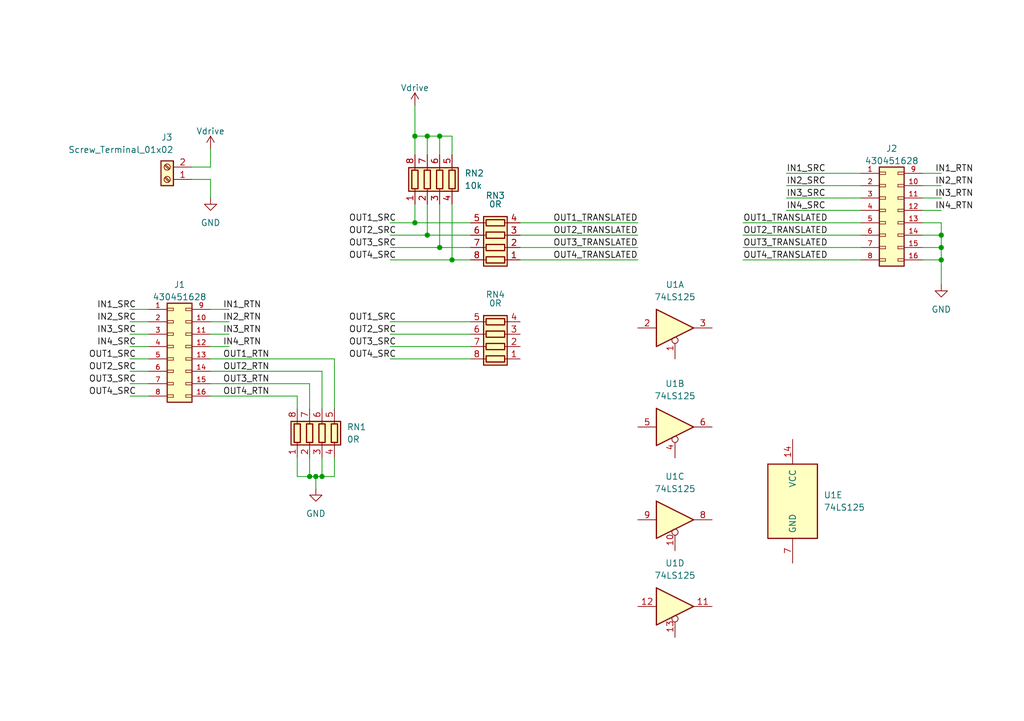
<source format=kicad_sch>
(kicad_sch (version 20250114) (generator "eeschema") (generator_version "9.0")
  (paper "A5")
  (lib_symbols
    (symbol "74xx:74LS125" (pin_names (offset 1.016))
      (property "Reference" "U" (at 0 1.27 0))
      (property "Value" "74LS125" (at 0 -1.27 0))
      (symbol "74LS125_1_0"
        (polyline (pts (xy -3.81 3.81) (xy -3.81 -3.81) (xy 3.81 0) (xy -3.81 3.81)) (stroke (width 0.254)) (fill (type background)))
        (pin input line (at -7.62 0 0) (length 3.81) (name "~") (number "2"))
        (pin input inverted (at 0 -6.35 90) (length 4.445) (name "~") (number "1"))
        (pin tri_state line (at 7.62 0 180) (length 3.81) (name "~") (number "3"))
      )
      (symbol "74LS125_2_0"
        (polyline (pts (xy -3.81 3.81) (xy -3.81 -3.81) (xy 3.81 0) (xy -3.81 3.81)) (stroke (width 0.254)) (fill (type background)))
        (pin input line (at -7.62 0 0) (length 3.81) (name "~") (number "5"))
        (pin input inverted (at 0 -6.35 90) (length 4.445) (name "~") (number "4"))
        (pin tri_state line (at 7.62 0 180) (length 3.81) (name "~") (number "6"))
      )
      (symbol "74LS125_3_0"
        (polyline (pts (xy -3.81 3.81) (xy -3.81 -3.81) (xy 3.81 0) (xy -3.81 3.81)) (stroke (width 0.254)) (fill (type background)))
        (pin input line (at -7.62 0 0) (length 3.81) (name "~") (number "9"))
        (pin input inverted (at 0 -6.35 90) (length 4.445) (name "~") (number "10"))
        (pin tri_state line (at 7.62 0 180) (length 3.81) (name "~") (number "8"))
      )
      (symbol "74LS125_4_0"
        (polyline (pts (xy -3.81 3.81) (xy -3.81 -3.81) (xy 3.81 0) (xy -3.81 3.81)) (stroke (width 0.254)) (fill (type background)))
        (pin input line (at -7.62 0 0) (length 3.81) (name "~") (number "12"))
        (pin input inverted (at 0 -6.35 90) (length 4.445) (name "~") (number "13"))
        (pin tri_state line (at 7.62 0 180) (length 3.81) (name "~") (number "11"))
      )
      (symbol "74LS125_5_0"
        (pin power_in line (at 0 12.7 270) (length 5.08) (name "VCC") (number "14"))
        (pin power_in line (at 0 -12.7 90) (length 5.08) (name "GND") (number "7"))
      )
      (symbol "74LS125_5_1"
        (rectangle (start -5.08 7.62) (end 5.08 -7.62) (stroke (width 0.254)) (fill (type background)))
      )
    )
    (symbol "Connector:Screw_Terminal_01x02" (pin_names (offset 1.016) (hide yes))
      (property "Reference" "J" (at 0 2.54 0))
      (property "Value" "Screw_Terminal_01x02" (at 0 -5.08 0))
      (symbol "Screw_Terminal_01x02_1_1"
        (rectangle (start -1.27 1.27) (end 1.27 -3.81) (stroke (width 0.254)) (fill (type background)))
        (polyline (pts (xy -0.5334 0.3302) (xy 0.3302 -0.508)) (stroke (width 0.1524)))
        (polyline (pts (xy -0.5334 -2.2098) (xy 0.3302 -3.048)) (stroke (width 0.1524)))
        (polyline (pts (xy -0.3556 0.508) (xy 0.508 -0.3302)) (stroke (width 0.1524)))
        (polyline (pts (xy -0.3556 -2.032) (xy 0.508 -2.8702)) (stroke (width 0.1524)))
        (circle (center 0 0) (radius 0.635) (stroke (width 0.1524)))
        (circle (center 0 -2.54) (radius 0.635) (stroke (width 0.1524)))
        (pin passive line (at -5.08 0 0) (length 3.81) (name "Pin_1") (number "1"))
        (pin passive line (at -5.08 -2.54 0) (length 3.81) (name "Pin_2") (number "2"))
      )
    )
    (symbol "Device:R_Pack04" (pin_names (offset 0) (hide yes))
      (property "Reference" "RN" (at -7.62 0 90))
      (property "Value" "R_Pack04" (at 5.08 0 90))
      (symbol "R_Pack04_0_1"
        (rectangle (start -6.35 -2.413) (end 3.81 2.413) (stroke (width 0.254)) (fill (type background)))
        (rectangle (start -5.715 1.905) (end -4.445 -1.905) (stroke (width 0.254)))
        (polyline (pts (xy -5.08 1.905) (xy -5.08 2.54)))
        (polyline (pts (xy -5.08 -2.54) (xy -5.08 -1.905)))
        (rectangle (start -3.175 1.905) (end -1.905 -1.905) (stroke (width 0.254)))
        (polyline (pts (xy -2.54 1.905) (xy -2.54 2.54)))
        (polyline (pts (xy -2.54 -2.54) (xy -2.54 -1.905)))
        (rectangle (start -0.635 1.905) (end 0.635 -1.905) (stroke (width 0.254)))
        (polyline (pts (xy 0 1.905) (xy 0 2.54)))
        (polyline (pts (xy 0 -2.54) (xy 0 -1.905)))
        (rectangle (start 1.905 1.905) (end 3.175 -1.905) (stroke (width 0.254)))
        (polyline (pts (xy 2.54 1.905) (xy 2.54 2.54)))
        (polyline (pts (xy 2.54 -2.54) (xy 2.54 -1.905)))
      )
      (symbol "R_Pack04_1_1"
        (pin passive line (at -5.08 5.08 270) (length 2.54) (name "R1.2") (number "8"))
        (pin passive line (at -5.08 -5.08 90) (length 2.54) (name "R1.1") (number "1"))
        (pin passive line (at -2.54 5.08 270) (length 2.54) (name "R2.2") (number "7"))
        (pin passive line (at -2.54 -5.08 90) (length 2.54) (name "R2.1") (number "2"))
        (pin passive line (at 0 5.08 270) (length 2.54) (name "R3.2") (number "6"))
        (pin passive line (at 0 -5.08 90) (length 2.54) (name "R3.1") (number "3"))
        (pin passive line (at 2.54 5.08 270) (length 2.54) (name "R4.2") (number "5"))
        (pin passive line (at 2.54 -5.08 90) (length 2.54) (name "R4.1") (number "4"))
      )
    )
    (symbol "MPSIO_Translator:Molex_MicroFit_16"
      (property "Reference" "J" (at 4.826 2.54 0))
      (symbol "Molex_MicroFit_16_0_0"
        (rectangle (start 3.81 1.27) (end 8.89 -19.05) (stroke (width 0.254)) (fill (type background)))
        (polyline (pts (xy 3.81 0.254) (xy 5.08 0.254)) (stroke (width 0.127)))
        (polyline (pts (xy 3.81 -0.254) (xy 5.08 -0.254)) (stroke (width 0.127)))
        (polyline (pts (xy 3.81 -2.286) (xy 5.08 -2.286)) (stroke (width 0.127)))
        (polyline (pts (xy 3.81 -2.794) (xy 5.08 -2.794)) (stroke (width 0.127)))
        (polyline (pts (xy 3.81 -4.826) (xy 5.08 -4.826)) (stroke (width 0.127)))
        (polyline (pts (xy 3.81 -5.334) (xy 5.08 -5.334)) (stroke (width 0.127)))
        (polyline (pts (xy 3.81 -7.366) (xy 5.08 -7.366)) (stroke (width 0.127)))
        (polyline (pts (xy 3.81 -7.874) (xy 5.08 -7.874)) (stroke (width 0.127)))
        (polyline (pts (xy 3.81 -9.906) (xy 5.08 -9.906)) (stroke (width 0.127)))
        (polyline (pts (xy 3.81 -10.414) (xy 5.08 -10.414)) (stroke (width 0.127)))
        (polyline (pts (xy 3.81 -12.446) (xy 5.08 -12.446)) (stroke (width 0.127)))
        (polyline (pts (xy 3.81 -12.954) (xy 5.08 -12.954)) (stroke (width 0.127)))
        (polyline (pts (xy 3.81 -14.986) (xy 5.08 -14.986)) (stroke (width 0.127)))
        (polyline (pts (xy 3.81 -15.494) (xy 5.08 -15.494)) (stroke (width 0.127)))
        (polyline (pts (xy 3.81 -17.526) (xy 5.08 -17.526)) (stroke (width 0.127)))
        (polyline (pts (xy 3.81 -18.034) (xy 5.08 -18.034)) (stroke (width 0.127)))
        (polyline (pts (xy 5.08 0.254) (xy 5.08 -0.254)) (stroke (width 0.127)))
        (polyline (pts (xy 5.08 -2.286) (xy 5.08 -2.794)) (stroke (width 0.127)))
        (polyline (pts (xy 5.08 -4.826) (xy 5.08 -5.334)) (stroke (width 0.127)))
        (polyline (pts (xy 5.08 -7.366) (xy 5.08 -7.874)) (stroke (width 0.127)))
        (polyline (pts (xy 5.08 -9.906) (xy 5.08 -10.414)) (stroke (width 0.127)))
        (polyline (pts (xy 5.08 -12.446) (xy 5.08 -12.954)) (stroke (width 0.127)))
        (polyline (pts (xy 5.08 -14.986) (xy 5.08 -15.494)) (stroke (width 0.127)))
        (polyline (pts (xy 5.08 -17.526) (xy 5.08 -18.034)) (stroke (width 0.127)))
        (polyline (pts (xy 7.62 0.254) (xy 7.62 -0.254)) (stroke (width 0.127)))
        (polyline (pts (xy 7.62 -2.286) (xy 7.62 -2.794)) (stroke (width 0.127)))
        (polyline (pts (xy 7.62 -4.826) (xy 7.62 -5.334)) (stroke (width 0.127)))
        (polyline (pts (xy 7.62 -7.366) (xy 7.62 -7.874)) (stroke (width 0.127)))
        (polyline (pts (xy 7.62 -9.906) (xy 7.62 -10.414)) (stroke (width 0.127)))
        (polyline (pts (xy 7.62 -12.446) (xy 7.62 -12.954)) (stroke (width 0.127)))
        (polyline (pts (xy 7.62 -14.986) (xy 7.62 -15.494)) (stroke (width 0.127)))
        (polyline (pts (xy 7.62 -17.526) (xy 7.62 -18.034)) (stroke (width 0.127)))
        (polyline (pts (xy 8.89 0.254) (xy 7.62 0.254)) (stroke (width 0.127)))
        (polyline (pts (xy 8.89 -0.254) (xy 7.62 -0.254)) (stroke (width 0.127)))
        (polyline (pts (xy 8.89 -2.286) (xy 7.62 -2.286)) (stroke (width 0.127)))
        (polyline (pts (xy 8.89 -2.794) (xy 7.62 -2.794)) (stroke (width 0.127)))
        (polyline (pts (xy 8.89 -4.826) (xy 7.62 -4.826)) (stroke (width 0.127)))
        (polyline (pts (xy 8.89 -5.334) (xy 7.62 -5.334)) (stroke (width 0.127)))
        (polyline (pts (xy 8.89 -7.366) (xy 7.62 -7.366)) (stroke (width 0.127)))
        (polyline (pts (xy 8.89 -7.874) (xy 7.62 -7.874)) (stroke (width 0.127)))
        (polyline (pts (xy 8.89 -9.906) (xy 7.62 -9.906)) (stroke (width 0.127)))
        (polyline (pts (xy 8.89 -10.414) (xy 7.62 -10.414)) (stroke (width 0.127)))
        (polyline (pts (xy 8.89 -12.446) (xy 7.62 -12.446)) (stroke (width 0.127)))
        (polyline (pts (xy 8.89 -12.954) (xy 7.62 -12.954)) (stroke (width 0.127)))
        (polyline (pts (xy 8.89 -14.986) (xy 7.62 -14.986)) (stroke (width 0.127)))
        (polyline (pts (xy 8.89 -15.494) (xy 7.62 -15.494)) (stroke (width 0.127)))
        (polyline (pts (xy 8.89 -17.526) (xy 7.62 -17.526)) (stroke (width 0.127)))
        (polyline (pts (xy 8.89 -18.034) (xy 7.62 -18.034)) (stroke (width 0.127)))
      )
      (symbol "Molex_MicroFit_16_1_0"
        (pin passive line (at 0 0 0) (length 3.81) (name "") (number "1"))
        (pin passive line (at 0 -2.54 0) (length 3.81) (name "") (number "2"))
        (pin passive line (at 0 -5.08 0) (length 3.81) (name "") (number "3"))
        (pin passive line (at 0 -7.62 0) (length 3.81) (name "") (number "4"))
        (pin passive line (at 0 -10.16 0) (length 3.81) (name "") (number "5"))
        (pin passive line (at 0 -12.7 0) (length 3.81) (name "") (number "6"))
        (pin passive line (at 0 -15.24 0) (length 3.81) (name "") (number "7"))
        (pin passive line (at 0 -17.78 0) (length 3.81) (name "") (number "8"))
        (pin passive line (at 12.7 0 180) (length 3.81) (name "") (number "9"))
        (pin passive line (at 12.7 -2.54 180) (length 3.81) (name "") (number "10"))
        (pin passive line (at 12.7 -5.08 180) (length 3.81) (name "") (number "11"))
        (pin passive line (at 12.7 -7.62 180) (length 3.81) (name "") (number "12"))
        (pin passive line (at 12.7 -10.16 180) (length 3.81) (name "") (number "13"))
        (pin passive line (at 12.7 -12.7 180) (length 3.81) (name "") (number "14"))
        (pin passive line (at 12.7 -15.24 180) (length 3.81) (name "") (number "15"))
        (pin passive line (at 12.7 -17.78 180) (length 3.81) (name "") (number "16"))
      )
    )
    (symbol "power:GND" (power) (pin_numbers (hide yes)) (pin_names (offset 0) (hide yes))
      (property "Value" "GND" (at 0 -3.81 0))
      (symbol "GND_0_1"
        (polyline (pts (xy 0 0) (xy 0 -1.27) (xy 1.27 -1.27) (xy 0 -2.54) (xy -1.27 -1.27) (xy 0 -1.27)))
      )
      (symbol "GND_1_1"
        (pin power_in line (at 0 0 270) (length 0) (name "~") (number "1"))
      )
    )
    (symbol "power:Vdrive" (power) (pin_numbers (hide yes)) (pin_names (offset 0) (hide yes))
      (property "Value" "Vdrive" (at 0 3.556 0))
      (symbol "Vdrive_0_1"
        (polyline (pts (xy -0.762 1.27) (xy 0 2.54)))
        (polyline (pts (xy 0 2.54) (xy 0.762 1.27)))
        (polyline (pts (xy 0 0) (xy 0 2.54)))
      )
      (symbol "Vdrive_1_1"
        (pin power_in line (at 0 0 90) (length 0) (name "~") (number "1"))
      )
    )
  )
  (junction (at 64.77 97.79))
  (junction (at 85.09 45.72))
  (junction (at 193.04 48.26))
  (junction (at 63.5 97.79))
  (junction (at 66.04 97.79))
  (junction (at 87.63 27.94))
  (junction (at 92.71 53.34))
  (junction (at 193.04 53.34))
  (junction (at 90.17 50.8))
  (junction (at 85.09 27.94))
  (junction (at 193.04 50.8))
  (junction (at 90.17 27.94))
  (junction (at 87.63 48.26))
  (wire (pts (xy 26.67 78.74) (xy 30.48 78.74)))
  (wire (pts (xy 68.58 97.79) (xy 66.04 97.79)))
  (wire (pts (xy 92.71 53.34) (xy 96.52 53.34)))
  (wire (pts (xy 90.17 50.8) (xy 96.52 50.8)))
  (wire (pts (xy 80.01 48.26) (xy 87.63 48.26)))
  (wire (pts (xy 80.01 45.72) (xy 85.09 45.72)))
  (wire (pts (xy 189.23 45.72) (xy 193.04 45.72)))
  (wire (pts (xy 80.01 50.8) (xy 90.17 50.8)))
  (wire (pts (xy 39.37 36.83) (xy 43.18 36.83)))
  (wire (pts (xy 26.67 76.2) (xy 30.48 76.2)))
  (wire (pts (xy 80.01 71.12) (xy 96.52 71.12)))
  (wire (pts (xy 43.18 73.66) (xy 68.58 73.66)))
  (wire (pts (xy 193.04 50.8) (xy 193.04 53.34)))
  (wire (pts (xy 80.01 66.04) (xy 96.52 66.04)))
  (wire (pts (xy 85.09 45.72) (xy 96.52 45.72)))
  (wire (pts (xy 66.04 93.98) (xy 66.04 97.79)))
  (wire (pts (xy 60.96 93.98) (xy 60.96 97.79)))
  (wire (pts (xy 130.81 45.72) (xy 106.68 45.72)))
  (wire (pts (xy 161.29 43.18) (xy 176.53 43.18)))
  (wire (pts (xy 85.09 45.72) (xy 85.09 41.91)))
  (wire (pts (xy 161.29 38.1) (xy 176.53 38.1)))
  (wire (pts (xy 161.29 35.56) (xy 176.53 35.56)))
  (wire (pts (xy 80.01 73.66) (xy 96.52 73.66)))
  (wire (pts (xy 87.63 48.26) (xy 87.63 41.91)))
  (wire (pts (xy 189.23 53.34) (xy 193.04 53.34)))
  (wire (pts (xy 92.71 27.94) (xy 90.17 27.94)))
  (wire (pts (xy 43.18 63.5) (xy 46.99 63.5)))
  (wire (pts (xy 39.37 34.29) (xy 43.18 34.29)))
  (wire (pts (xy 60.96 97.79) (xy 63.5 97.79)))
  (wire (pts (xy 43.18 78.74) (xy 63.5 78.74)))
  (wire (pts (xy 152.4 48.26) (xy 176.53 48.26)))
  (wire (pts (xy 189.23 50.8) (xy 193.04 50.8)))
  (wire (pts (xy 85.09 21.59) (xy 85.09 27.94)))
  (wire (pts (xy 26.67 68.58) (xy 30.48 68.58)))
  (wire (pts (xy 43.18 36.83) (xy 43.18 40.64)))
  (wire (pts (xy 64.77 97.79) (xy 64.77 100.33)))
  (wire (pts (xy 68.58 83.82) (xy 68.58 73.66)))
  (wire (pts (xy 87.63 48.26) (xy 96.52 48.26)))
  (wire (pts (xy 189.23 38.1) (xy 193.04 38.1)))
  (wire (pts (xy 92.71 31.75) (xy 92.71 27.94)))
  (wire (pts (xy 152.4 53.34) (xy 176.53 53.34)))
  (wire (pts (xy 90.17 27.94) (xy 87.63 27.94)))
  (wire (pts (xy 90.17 27.94) (xy 90.17 31.75)))
  (wire (pts (xy 189.23 40.64) (xy 193.04 40.64)))
  (wire (pts (xy 80.01 68.58) (xy 96.52 68.58)))
  (wire (pts (xy 43.18 76.2) (xy 66.04 76.2)))
  (wire (pts (xy 152.4 45.72) (xy 176.53 45.72)))
  (wire (pts (xy 26.67 71.12) (xy 30.48 71.12)))
  (wire (pts (xy 26.67 81.28) (xy 30.48 81.28)))
  (wire (pts (xy 130.81 48.26) (xy 106.68 48.26)))
  (wire (pts (xy 26.67 66.04) (xy 30.48 66.04)))
  (wire (pts (xy 193.04 48.26) (xy 193.04 50.8)))
  (wire (pts (xy 66.04 97.79) (xy 64.77 97.79)))
  (wire (pts (xy 43.18 71.12) (xy 46.99 71.12)))
  (wire (pts (xy 193.04 53.34) (xy 193.04 58.42)))
  (wire (pts (xy 68.58 93.98) (xy 68.58 97.79)))
  (wire (pts (xy 161.29 40.64) (xy 176.53 40.64)))
  (wire (pts (xy 152.4 50.8) (xy 176.53 50.8)))
  (wire (pts (xy 80.01 53.34) (xy 92.71 53.34)))
  (wire (pts (xy 90.17 50.8) (xy 90.17 41.91)))
  (wire (pts (xy 43.18 66.04) (xy 46.99 66.04)))
  (wire (pts (xy 26.67 73.66) (xy 30.48 73.66)))
  (wire (pts (xy 87.63 27.94) (xy 85.09 27.94)))
  (wire (pts (xy 43.18 81.28) (xy 60.96 81.28)))
  (wire (pts (xy 189.23 43.18) (xy 193.04 43.18)))
  (wire (pts (xy 66.04 83.82) (xy 66.04 76.2)))
  (wire (pts (xy 63.5 83.82) (xy 63.5 78.74)))
  (wire (pts (xy 130.81 50.8) (xy 106.68 50.8)))
  (wire (pts (xy 193.04 45.72) (xy 193.04 48.26)))
  (wire (pts (xy 87.63 27.94) (xy 87.63 31.75)))
  (wire (pts (xy 43.18 68.58) (xy 46.99 68.58)))
  (wire (pts (xy 63.5 97.79) (xy 64.77 97.79)))
  (wire (pts (xy 85.09 27.94) (xy 85.09 31.75)))
  (wire (pts (xy 26.67 63.5) (xy 30.48 63.5)))
  (wire (pts (xy 130.81 53.34) (xy 106.68 53.34)))
  (wire (pts (xy 43.18 30.48) (xy 43.18 34.29)))
  (wire (pts (xy 189.23 35.56) (xy 193.04 35.56)))
  (wire (pts (xy 92.71 53.34) (xy 92.71 41.91)))
  (wire (pts (xy 63.5 93.98) (xy 63.5 97.79)))
  (wire (pts (xy 60.96 83.82) (xy 60.96 81.28)))
  (wire (pts (xy 189.23 48.26) (xy 193.04 48.26)))
  (label "OUT4_TRANSLATED" (at 130.81 53.34 180))
  (label "IN2_RTN" (at 191.77 38.1 0))
  (label "IN1_RTN" (at 191.77 35.56 0))
  (label "IN2_SRC" (at 27.94 66.04 180))
  (label "OUT3_SRC" (at 81.28 50.8 180))
  (label "IN1_SRC" (at 161.29 35.56 0))
  (label "IN1_RTN" (at 45.72 63.5 0))
  (label "OUT1_RTN" (at 45.72 73.66 0))
  (label "OUT1_SRC" (at 27.94 73.66 180))
  (label "OUT1_TRANSLATED" (at 130.81 45.72 180))
  (label "OUT4_SRC" (at 27.94 81.28 180))
  (label "IN4_SRC" (at 27.94 71.12 180))
  (label "IN1_SRC" (at 27.94 63.5 180))
  (label "IN4_SRC" (at 161.29 43.18 0))
  (label "OUT4_RTN" (at 45.72 81.28 0))
  (label "OUT3_TRANSLATED" (at 152.4 50.8 0))
  (label "OUT2_SRC" (at 81.28 48.26 180))
  (label "OUT4_TRANSLATED" (at 152.4 53.34 0))
  (label "OUT1_SRC" (at 81.28 45.72 180))
  (label "OUT1_SRC" (at 81.28 66.04 180))
  (label "OUT2_SRC" (at 27.94 76.2 180))
  (label "OUT4_SRC" (at 81.28 53.34 180))
  (label "OUT4_SRC" (at 81.28 73.66 180))
  (label "IN4_RTN" (at 191.77 43.18 0))
  (label "IN2_SRC" (at 161.29 38.1 0))
  (label "OUT3_RTN" (at 45.72 78.74 0))
  (label "IN2_RTN" (at 45.72 66.04 0))
  (label "OUT3_TRANSLATED" (at 130.81 50.8 180))
  (label "OUT3_SRC" (at 81.28 71.12 180))
  (label "OUT2_RTN" (at 45.72 76.2 0))
  (label "IN3_RTN" (at 45.72 68.58 0))
  (label "OUT2_TRANSLATED" (at 152.4 48.26 0))
  (label "OUT3_SRC" (at 27.94 78.74 180))
  (label "IN4_RTN" (at 45.72 71.12 0))
  (label "IN3_RTN" (at 191.77 40.64 0))
  (label "OUT2_SRC" (at 81.28 68.58 180))
  (label "OUT2_TRANSLATED" (at 130.81 48.26 180))
  (label "IN3_SRC" (at 161.29 40.64 0))
  (label "OUT1_TRANSLATED" (at 152.4 45.72 0))
  (label "IN3_SRC" (at 27.94 68.58 180))
  (symbol (lib_id "Device:R_Pack04") (at 101.6 48.26 90) (unit 1)
    (property "Reference" "RN3" (at 101.6 40.132 90))
    (property "Value" "0R" (at 101.6 41.91 90))
    (property "Footprint" "Resistor_SMD:R_Array_Convex_4x1206" (effects (hide yes)))
    (property "Description" "4 resistor network, parallel topology" (effects (hide yes)))
  )
  (symbol (lib_id "74xx:74LS125") (at 138.43 124.46 0) (unit 4)
    (property "Reference" "U1" (at 138.43 115.57 0))
    (property "Value" "74LS125" (at 138.43 118.11 0))
    (property "Footprint" "Package_DIP:DIP-14_W7.62mm_Socket_LongPads" (effects (hide yes)))
    (property "Datasheet" "http://www.ti.com/lit/gpn/sn74LS125" (effects (hide yes)))
    (property "Description" "Quad buffer 3-State outputs" (effects (hide yes)))
  )
  (symbol (lib_id "MPSIO_Translator:Molex_MicroFit_16") (at 30.48 63.5 0) (unit 1)
    (property "Reference" "J1" (at 36.83 58.42 0))
    (property "Value" "430451628" (at 36.83 60.96 0))
  )
  (symbol (lib_id "MPSIO_Translator:Molex_MicroFit_16") (at 176.53 35.56 0) (unit 1)
    (property "Reference" "J2" (at 182.88 30.48 0))
    (property "Value" "430451628" (at 182.88 33.02 0))
  )
  (symbol (lib_id "Device:R_Pack04") (at 66.04 88.9 0) (unit 1)
    (property "Reference" "RN1" (at 71.12 87.6299 0) (effects (justify left)))
    (property "Value" "0R" (at 71.12 90.1699 0) (effects (justify left)))
    (property "Footprint" "Resistor_SMD:R_Array_Convex_4x1206" (effects (hide yes)))
    (property "Description" "4 resistor network, parallel topology" (effects (hide yes)))
  )
  (symbol (lib_id "74xx:74LS125") (at 138.43 106.68 0) (unit 3)
    (property "Reference" "U1" (at 138.43 97.79 0))
    (property "Value" "74LS125" (at 138.43 100.33 0))
    (property "Footprint" "Package_DIP:DIP-14_W7.62mm_Socket_LongPads" (effects (hide yes)))
    (property "Datasheet" "http://www.ti.com/lit/gpn/sn74LS125" (effects (hide yes)))
    (property "Description" "Quad buffer 3-State outputs" (effects (hide yes)))
  )
  (symbol (lib_id "power:GND") (at 64.77 100.33 0) (unit 1)
    (property "Reference" "#PWR05" (effects (hide yes)))
    (property "Value" "GND" (at 64.77 105.41 0))
    (property "Description" "Power symbol creates a global label with name \"GND\" , ground" (effects (hide yes)))
  )
  (symbol (lib_id "power:GND") (at 43.18 40.64 0) (unit 1)
    (property "Reference" "#PWR03" (effects (hide yes)))
    (property "Value" "GND" (at 43.18 45.72 0))
    (property "Description" "Power symbol creates a global label with name \"GND\" , ground" (effects (hide yes)))
  )
  (symbol (lib_id "power:Vdrive") (at 85.09 21.59 0) (unit 1)
    (property "Reference" "#PWR02" (effects (hide yes)))
    (property "Value" "Vdrive" (at 85.09 18.034 0))
    (property "Description" "Power symbol creates a global label with name \"Vdrive\"" (effects (hide yes)))
  )
  (symbol (lib_id "74xx:74LS125") (at 138.43 67.31 0) (unit 1)
    (property "Reference" "U1" (at 138.43 58.42 0))
    (property "Value" "74LS125" (at 138.43 60.96 0))
    (property "Footprint" "Package_DIP:DIP-14_W7.62mm_Socket_LongPads" (effects (hide yes)))
    (property "Datasheet" "http://www.ti.com/lit/gpn/sn74LS125" (effects (hide yes)))
    (property "Description" "Quad buffer 3-State outputs" (effects (hide yes)))
  )
  (symbol (lib_id "power:GND") (at 193.04 58.42 0) (unit 1)
    (property "Reference" "#PWR01" (effects (hide yes)))
    (property "Value" "GND" (at 193.04 63.5 0))
    (property "Description" "Power symbol creates a global label with name \"GND\" , ground" (effects (hide yes)))
  )
  (symbol (lib_id "Device:R_Pack04") (at 90.17 36.83 0) (unit 1)
    (property "Reference" "RN2" (at 95.25 35.5599 0) (effects (justify left)))
    (property "Value" "10k" (at 95.25 38.0999 0) (effects (justify left)))
    (property "Footprint" "Resistor_SMD:R_Array_Convex_4x1206" (effects (hide yes)))
    (property "Description" "4 resistor network, parallel topology" (effects (hide yes)))
  )
  (symbol (lib_id "74xx:74LS125") (at 162.56 102.87 0) (unit 5)
    (property "Reference" "U1" (at 168.91 101.5999 0) (effects (justify left)))
    (property "Value" "74LS125" (at 168.91 104.1399 0) (effects (justify left)))
    (property "Footprint" "Package_DIP:DIP-14_W7.62mm_Socket_LongPads" (effects (hide yes)))
    (property "Datasheet" "http://www.ti.com/lit/gpn/sn74LS125" (effects (hide yes)))
    (property "Description" "Quad buffer 3-State outputs" (effects (hide yes)))
  )
  (symbol (lib_id "Connector:Screw_Terminal_01x02") (at 34.29 36.83 180) (unit 1)
    (property "Reference" "J3" (at 33.02 28.194 0) (effects (justify right)))
    (property "Value" "Screw_Terminal_01x02" (at 13.97 30.734 0) (effects (justify right)))
    (property "Footprint" "TerminalBlock_Phoenix:TerminalBlock_Phoenix_MPT-0,5-2-2.54_1x02_P2.54mm_Horizontal" (effects (hide yes)))
    (property "Description" "Generic screw terminal, single row, 01x02, script generated (kicad-library-utils/schlib/autogen/connector/)" (effects (hide yes)))
  )
  (symbol (lib_id "power:Vdrive") (at 43.18 30.48 0) (unit 1)
    (property "Reference" "#PWR04" (effects (hide yes)))
    (property "Value" "Vdrive" (at 43.18 26.924 0))
    (property "Description" "Power symbol creates a global label with name \"Vdrive\"" (effects (hide yes)))
  )
  (symbol (lib_id "74xx:74LS125") (at 138.43 87.63 0) (unit 2)
    (property "Reference" "U1" (at 138.43 78.74 0))
    (property "Value" "74LS125" (at 138.43 81.28 0))
    (property "Footprint" "Package_DIP:DIP-14_W7.62mm_Socket_LongPads" (effects (hide yes)))
    (property "Datasheet" "http://www.ti.com/lit/gpn/sn74LS125" (effects (hide yes)))
    (property "Description" "Quad buffer 3-State outputs" (effects (hide yes)))
  )
  (symbol (lib_id "Device:R_Pack04") (at 101.6 68.58 90) (unit 1)
    (property "Reference" "RN4" (at 101.6 60.452 90))
    (property "Value" "0R" (at 101.6 62.23 90))
    (property "Footprint" "Resistor_SMD:R_Array_Convex_4x1206" (effects (hide yes)))
    (property "Description" "4 resistor network, parallel topology" (effects (hide yes)))
  )
)
</source>
